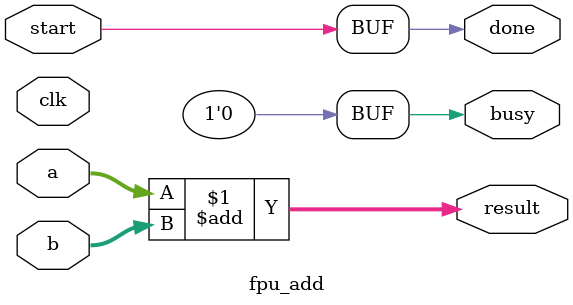
<source format=v>
module fpu_add(
    input  wire clk,
    input  wire start,
    input  wire [31:0] a,
    input  wire [31:0] b,
    output wire busy,
    output wire done,
    output wire [31:0] result
);

    assign busy  = 0;
    assign done  = start;
    assign result = a + b;   // suma entera temporal

endmodule

</source>
